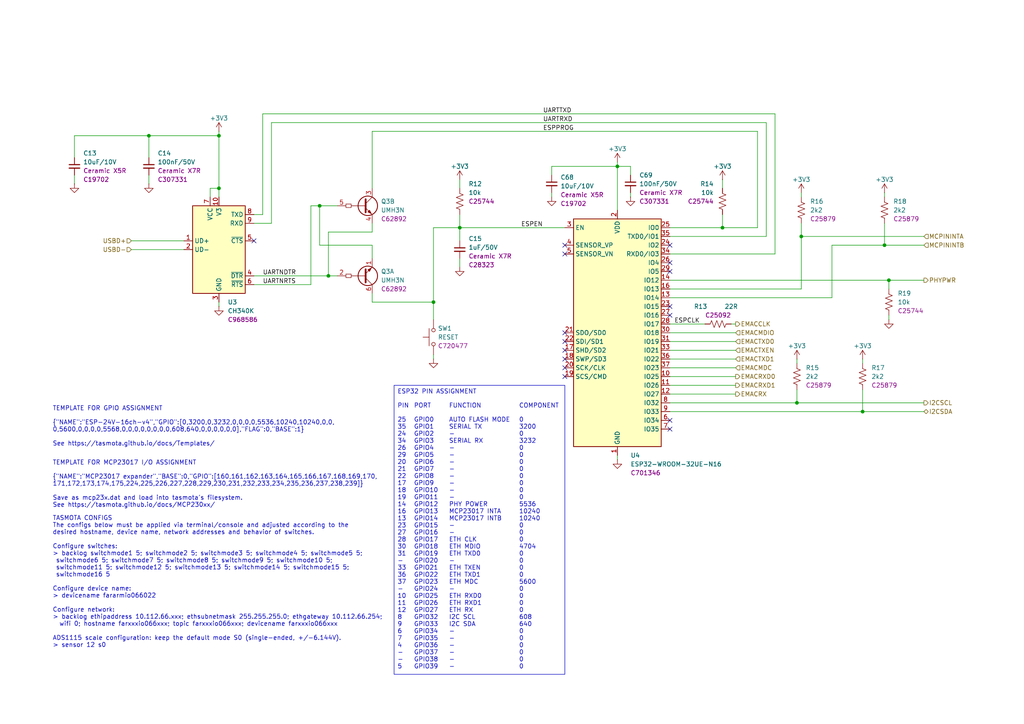
<source format=kicad_sch>
(kicad_sch (version 20250114) (generator "eeschema") (generator_version "9.0")
  (paper "A4")
  (title_block (title "ESP 24V 16xIn/16xOut/4xNTC Module") (date "2025-07-04") (rev "V4.1"))
  (lib_symbols
    (symbol "Device:C_Small" (pin_numbers (hide yes)) (pin_names (offset 0.254) (hide yes))
      (property "Reference" "C" (at 0.254 1.778 0))
      (property "Value" "C_Small" (at 0.254 -2.032 0))
      (symbol "C_Small_0_1"
        (polyline (pts (xy -1.524 0.508) (xy 1.524 0.508)) (stroke (width 0.3048)))
        (polyline (pts (xy -1.524 -0.508) (xy 1.524 -0.508)) (stroke (width 0.3302)))
      )
      (symbol "C_Small_1_1"
        (pin passive line (at 0 2.54 270) (length 2.032) (name "~") (number "1"))
        (pin passive line (at 0 -2.54 90) (length 2.032) (name "~") (number "2"))
      )
    )
    (symbol "Device:R_US" (pin_numbers (hide yes)) (pin_names (offset 0))
      (property "Reference" "R" (at 2.54 0 90))
      (property "Value" "R_US" (at -2.54 0 90))
      (symbol "R_US_0_1"
        (polyline (pts (xy 0 2.286) (xy 0 2.54)))
        (polyline (pts (xy 0 2.286) (xy 1.016 1.905) (xy 0 1.524) (xy -1.016 1.143) (xy 0 0.762)))
        (polyline (pts (xy 0 0.762) (xy 1.016 0.381) (xy 0 0) (xy -1.016 -0.381) (xy 0 -0.762)))
        (polyline (pts (xy 0 -0.762) (xy 1.016 -1.143) (xy 0 -1.524) (xy -1.016 -1.905) (xy 0 -2.286)))
        (polyline (pts (xy 0 -2.286) (xy 0 -2.54)))
      )
      (symbol "R_US_1_1"
        (pin passive line (at 0 3.81 270) (length 1.27) (name "~") (number "1"))
        (pin passive line (at 0 -3.81 90) (length 1.27) (name "~") (number "2"))
      )
    )
    (symbol "Interface_USB:CH340K"
      (property "Reference" "U" (at -6.858 13.97 0))
      (property "Value" "CH340K" (at 1.27 13.97 0))
      (symbol "CH340K_0_1"
        (rectangle (start -7.62 12.7) (end 7.62 -12.7) (stroke (width 0.254)) (fill (type background)))
      )
      (symbol "CH340K_1_0"
        (pin passive line (at 0 -15.24 90) (length 2.54) (hide yes) (name "GND") (number "11"))
      )
      (symbol "CH340K_1_1"
        (pin bidirectional line (at -10.16 2.54 0) (length 2.54) (name "UD+") (number "1"))
        (pin bidirectional line (at -10.16 0 0) (length 2.54) (name "UD-") (number "2"))
        (pin power_in line (at -2.54 15.24 270) (length 2.54) (name "VCC") (number "7"))
        (pin passive line (at 0 15.24 270) (length 2.54) (name "V3") (number "10"))
        (pin power_in line (at 0 -15.24 90) (length 2.54) (name "GND") (number "3"))
        (pin output line (at 10.16 10.16 180) (length 2.54) (name "TXD") (number "8"))
        (pin input line (at 10.16 7.62 180) (length 2.54) (name "RXD") (number "9"))
        (pin input line (at 10.16 2.54 180) (length 2.54) (name "~{CTS}") (number "5"))
        (pin output line (at 10.16 -7.62 180) (length 2.54) (name "~{DTR}") (number "4"))
        (pin output line (at 10.16 -10.16 180) (length 2.54) (name "~{RTS}") (number "6"))
      )
    )
    (symbol "RF_Module:ESP32-WROOM-32U"
      (property "Reference" "U" (at -12.7 34.29 0))
      (property "Value" "ESP32-WROOM-32U" (at 1.27 34.29 0))
      (symbol "ESP32-WROOM-32U_0_1"
        (rectangle (start -12.7 33.02) (end 12.7 -33.02) (stroke (width 0.254)) (fill (type background)))
      )
      (symbol "ESP32-WROOM-32U_1_1"
        (pin input line (at -15.24 30.48 0) (length 2.54) (name "EN") (number "3"))
        (pin input line (at -15.24 25.4 0) (length 2.54) (name "SENSOR_VP") (number "4"))
        (pin input line (at -15.24 22.86 0) (length 2.54) (name "SENSOR_VN") (number "5"))
        (pin bidirectional line (at -15.24 0 0) (length 2.54) (name "SDO/SD0") (number "21"))
        (pin bidirectional line (at -15.24 -2.54 0) (length 2.54) (name "SDI/SD1") (number "22"))
        (pin bidirectional line (at -15.24 -5.08 0) (length 2.54) (name "SHD/SD2") (number "17"))
        (pin bidirectional line (at -15.24 -7.62 0) (length 2.54) (name "SWP/SD3") (number "18"))
        (pin bidirectional line (at -15.24 -10.16 0) (length 2.54) (name "SCK/CLK") (number "20"))
        (pin bidirectional line (at -15.24 -12.7 0) (length 2.54) (name "SCS/CMD") (number "19"))
        (pin no_connect line (at -12.7 -27.94 0) (length 2.54) (hide yes) (name "NC") (number "32"))
        (pin power_in line (at 0 35.56 270) (length 2.54) (name "VDD") (number "2"))
        (pin power_in line (at 0 -35.56 90) (length 2.54) (name "GND") (number "1"))
        (pin passive line (at 0 -35.56 90) (length 2.54) (hide yes) (name "GND") (number "15"))
        (pin passive line (at 0 -35.56 90) (length 2.54) (hide yes) (name "GND") (number "38"))
        (pin passive line (at 0 -35.56 90) (length 2.54) (hide yes) (name "GND") (number "39"))
        (pin bidirectional line (at 15.24 30.48 180) (length 2.54) (name "IO0") (number "25"))
        (pin bidirectional line (at 15.24 27.94 180) (length 2.54) (name "TXD0/IO1") (number "35"))
        (pin bidirectional line (at 15.24 25.4 180) (length 2.54) (name "IO2") (number "24"))
        (pin bidirectional line (at 15.24 22.86 180) (length 2.54) (name "RXD0/IO3") (number "34"))
        (pin bidirectional line (at 15.24 20.32 180) (length 2.54) (name "IO4") (number "26"))
        (pin bidirectional line (at 15.24 17.78 180) (length 2.54) (name "IO5") (number "29"))
        (pin bidirectional line (at 15.24 15.24 180) (length 2.54) (name "IO12") (number "14"))
        (pin bidirectional line (at 15.24 12.7 180) (length 2.54) (name "IO13") (number "16"))
        (pin bidirectional line (at 15.24 10.16 180) (length 2.54) (name "IO14") (number "13"))
        (pin bidirectional line (at 15.24 7.62 180) (length 2.54) (name "IO15") (number "23"))
        (pin bidirectional line (at 15.24 5.08 180) (length 2.54) (name "IO16") (number "27"))
        (pin bidirectional line (at 15.24 2.54 180) (length 2.54) (name "IO17") (number "28"))
        (pin bidirectional line (at 15.24 0 180) (length 2.54) (name "IO18") (number "30"))
        (pin bidirectional line (at 15.24 -2.54 180) (length 2.54) (name "IO19") (number "31"))
        (pin bidirectional line (at 15.24 -5.08 180) (length 2.54) (name "IO21") (number "33"))
        (pin bidirectional line (at 15.24 -7.62 180) (length 2.54) (name "IO22") (number "36"))
        (pin bidirectional line (at 15.24 -10.16 180) (length 2.54) (name "IO23") (number "37"))
        (pin bidirectional line (at 15.24 -12.7 180) (length 2.54) (name "IO25") (number "10"))
        (pin bidirectional line (at 15.24 -15.24 180) (length 2.54) (name "IO26") (number "11"))
        (pin bidirectional line (at 15.24 -17.78 180) (length 2.54) (name "IO27") (number "12"))
        (pin bidirectional line (at 15.24 -20.32 180) (length 2.54) (name "IO32") (number "8"))
        (pin bidirectional line (at 15.24 -22.86 180) (length 2.54) (name "IO33") (number "9"))
        (pin input line (at 15.24 -25.4 180) (length 2.54) (name "IO34") (number "6"))
        (pin input line (at 15.24 -27.94 180) (length 2.54) (name "IO35") (number "7"))
      )
    )
    (symbol "Switch:SW_Push" (pin_numbers (hide yes)) (pin_names (offset 1.016) (hide yes))
      (property "Reference" "SW" (at 1.27 2.54 0))
      (property "Value" "SW_Push" (at 0 -1.524 0))
      (symbol "SW_Push_0_1"
        (circle (center -2.032 0) (radius 0.508))
        (polyline (pts (xy 0 1.27) (xy 0 3.048)))
        (circle (center 2.032 0) (radius 0.508))
        (polyline (pts (xy 2.54 1.27) (xy -2.54 1.27)))
        (pin passive line (at -5.08 0 0) (length 2.54) (name "1") (number "1"))
        (pin passive line (at 5.08 0 180) (length 2.54) (name "2") (number "2"))
      )
    )
    (symbol "Tales:+3.3V" (power) (pin_names (offset 0))
      (property "Value" "+3.3V" (at 0 3.556 0))
      (symbol "+3.3V_0_1"
        (polyline (pts (xy -0.762 1.27) (xy 0 2.54)))
        (polyline (pts (xy 0 2.54) (xy 0.762 1.27)))
        (polyline (pts (xy 0 0) (xy 0 2.54)))
      )
      (symbol "+3.3V_1_1"
        (pin power_in line (at 0 0 90) (length 0) (hide yes) (name "+3.3V") (number "1"))
      )
    )
    (symbol "Transistor_BJT:UMH3N" (pin_names (hide yes))
      (property "Reference" "Q" (at 7.62 1.27 0))
      (property "Value" "UMH3N" (at 7.62 -1.27 0))
      (symbol "UMH3N_0_1"
        (rectangle (start -6.35 0.508) (end -4.826 -0.508))
        (polyline (pts (xy -0.762 0) (xy -4.826 0)))
        (polyline (pts (xy -0.635 1.905) (xy -0.635 -1.905)) (stroke (width 0.508)))
        (polyline (pts (xy -0.635 0.635) (xy 1.27 2.54)))
        (polyline (pts (xy -0.635 -0.635) (xy 1.27 -2.54)))
        (polyline (pts (xy 0 -1.778) (xy 0.508 -1.27) (xy 1.016 -2.286) (xy 0 -1.778)) (fill (type outline)))
      )
      (symbol "UMH3N_1_1"
        (circle (center 0 0) (radius 2.8194) (stroke (width 0.254)))
        (pin input line (at -8.89 0 0) (length 2.54) (name "B1") (number "2"))
        (pin passive line (at 1.27 5.08 270) (length 2.54) (name "C1") (number "6"))
        (pin passive line (at 1.27 -5.08 90) (length 2.54) (name "E1") (number "1"))
      )
      (symbol "UMH3N_2_1"
        (circle (center 0 0) (radius 2.8194) (stroke (width 0.254)))
        (pin input line (at -8.89 0 0) (length 2.54) (name "B2") (number "5"))
        (pin passive line (at 1.27 5.08 270) (length 2.54) (name "C2") (number "3"))
        (pin passive line (at 1.27 -5.08 90) (length 2.54) (name "E2") (number "4"))
      )
    )
    (symbol "power:+3.3V" (power) (pin_numbers (hide yes)) (pin_names (offset 0) (hide yes))
      (property "Value" "+3.3V" (at 0 3.556 0))
      (symbol "+3.3V_0_1"
        (polyline (pts (xy -0.762 1.27) (xy 0 2.54)))
        (polyline (pts (xy 0 2.54) (xy 0.762 1.27)))
        (polyline (pts (xy 0 0) (xy 0 2.54)))
      )
      (symbol "+3.3V_1_1"
        (pin power_in line (at 0 0 90) (length 0) (name "~") (number "1"))
      )
    )
    (symbol "power:GND" (power) (pin_numbers (hide yes)) (pin_names (offset 0) (hide yes))
      (property "Value" "GND" (at 0 -3.81 0))
      (symbol "GND_0_1"
        (polyline (pts (xy 0 0) (xy 0 -1.27) (xy 1.27 -1.27) (xy 0 -2.54) (xy -1.27 -1.27) (xy 0 -1.27)))
      )
      (symbol "GND_1_1"
        (pin power_in line (at 0 0 270) (length 0) (name "~") (number "1"))
      )
    )
  )
  (text "TASMOTA CONFIGS\nThe configs below must be applied via terminal/console and adjusted according to the\ndesired hostname, device name, network addresses and behavior of switches.\n\nConfigure switches:\n> backlog switchmode1 5; switchmode2 5; switchmode3 5; switchmode4 5; switchmode5 5;\n switchmode6 5; switchmode7 5; switchmode8 5; switchmode9 5; switchmode10 5;\n switchmode11 5; switchmode12 5; switchmode13 5; switchmode14 5; switchmode15 5;\n switchmode16 5\n\nConfigure device name:\n> devicename fararmio066022\n\nConfigure network:\n> backlog ethipaddress 10.112.66.xxx; ethsubnetmask 255.255.255.0; ethgateway 10.112.66.254;\n  wifi 0; hostname farxxxio066xxx; topic farxxxio066xxx; devicename farxxxio066xxx\n\nADS1115 scale configuration: keep the default mode S0 (single-ended, +/-6.144V).\n> sensor 12 s0" (at 15.24 187.96 0) (effects (font (size 1.27 1.27)) (justify left bottom)))
  (text "TEMPLATE FOR GPIO ASSIGNMENT\n\n{\"NAME\":\"ESP-24V-16ch-v4\",\"GPIO\":[0,3200,0,3232,0,0,0,0,5536,10240,10240,0,0,\n0,5600,0,0,0,0,5568,0,0,0,0,0,0,0,0,608,640,0,0,0,0,0,0],\"FLAG\":0,\"BASE\":1}\n\nSee https://tasmota.github.io/docs/Templates/" (at 15.24 129.54 0) (effects (font (size 1.27 1.27)) (justify left bottom)))
  (text "TEMPLATE FOR MCP23017 I/O ASSIGNMENT\n\n{\"NAME\":\"MCP23017 expander\",\"BASE\":0,\"GPIO\":[160,161,162,163,164,165,166,167,168,169,170,\n171,172,173,174,175,224,225,226,227,228,229,230,231,232,233,234,235,236,237,238,239]}\n\nSave as mcp23x.dat and load into tasmota's filesystem.\nSee https://tasmota.github.io/docs/MCP230xx/" (at 15.24 147.32 0) (effects (font (size 1.27 1.27)) (justify left bottom)))
  (text_box "ESP32 PIN ASSIGNMENT\n\nPIN	PORT	FUNCTION		COMPONENT\n\n25	GPIO0	AUTO FLASH MODE	0\n35	GPIO1	SERIAL TX		3200\n24	GPIO2	-				0\n34	GPIO3	SERIAL RX		3232\n26	GPIO4	-				0\n29	GPIO5	-				0\n20	GPIO6	-				0\n21	GPIO7	-				0\n22	GPIO8	-				0\n17	GPIO9	-				0\n18	GPIO10	-				0\n19	GPIO11	-				0\n14	GPIO12	PHY POWER		5536\n16	GPIO13	MCP23017 INTA	10240\n13	GPIO14	MCP23017 INTB	10240\n23	GPIO15	-				0\n27	GPIO16	-				0\n28	GPIO17	ETH CLK			0\n30	GPIO18	ETH MDIO		4704\n31	GPIO19	ETH TXD0		0\n-	GPIO20	-				0\n33	GPIO21	ETH TXEN		0\n36	GPIO22	ETH TXD1		0\n37	GPIO23	ETH MDC			5600\n-	GPIO24	-				0\n10	GPIO25	ETH RXD0		0\n11	GPIO26	ETH RXD1		0\n12	GPIO27	ETH RX			0\n8	GPIO32	I2C SCL			608\n9	GPIO33	I2C SDA			640\n6	GPIO34	-				0\n7	GPIO35	-				0\n4	GPIO36	-				0\n-	GPIO37	-				0\n-	GPIO38	-				0\n5	GPIO39	-				0" (at 114.3 111.76 0) (size 49.53 83.82) (margins 0.9525 0.9525 0.9525 0.9525) (effects (font (size 1.27 1.27)) (justify left top)))
  (junction (at 63.5 39.37))
  (junction (at 125.73 87.63))
  (junction (at 133.35 66.04))
  (junction (at 43.18 39.37))
  (junction (at 179.07 48.26))
  (junction (at 250.19 119.38))
  (junction (at 256.54 71.12))
  (junction (at 209.55 66.04))
  (junction (at 231.14 116.84))
  (junction (at 92.71 59.69))
  (junction (at 232.41 68.58))
  (junction (at 63.5 54.61))
  (junction (at 257.81 81.28))
  (junction (at 95.25 80.01))
  (no_connect (at 163.83 73.66))
  (no_connect (at 163.83 109.22))
  (no_connect (at 194.31 71.12))
  (no_connect (at 194.31 78.74))
  (no_connect (at 163.83 96.52))
  (no_connect (at 163.83 71.12))
  (no_connect (at 163.83 101.6))
  (no_connect (at 163.83 104.14))
  (no_connect (at 194.31 121.92))
  (no_connect (at 73.66 69.85))
  (no_connect (at 194.31 91.44))
  (no_connect (at 163.83 106.68))
  (no_connect (at 194.31 76.2))
  (no_connect (at 194.31 124.46))
  (no_connect (at 194.31 88.9))
  (no_connect (at 163.83 99.06))
  (wire (pts (xy 133.35 74.93) (xy 133.35 77.47)))
  (wire (pts (xy 133.35 62.23) (xy 133.35 66.04)))
  (wire (pts (xy 194.31 104.14) (xy 213.36 104.14)))
  (wire (pts (xy 21.59 50.8) (xy 21.59 53.34)))
  (wire (pts (xy 63.5 87.63) (xy 63.5 88.9)))
  (wire (pts (xy 90.17 82.55) (xy 90.17 59.69)))
  (wire (pts (xy 194.31 109.22) (xy 213.36 109.22)))
  (wire (pts (xy 38.1 72.39) (xy 53.34 72.39)))
  (wire (pts (xy 256.54 71.12) (xy 267.97 71.12)))
  (wire (pts (xy 232.41 55.88) (xy 232.41 57.15)))
  (wire (pts (xy 107.95 38.1) (xy 219.71 38.1)))
  (wire (pts (xy 256.54 55.88) (xy 256.54 57.15)))
  (wire (pts (xy 194.31 66.04) (xy 209.55 66.04)))
  (wire (pts (xy 125.73 87.63) (xy 125.73 66.04)))
  (wire (pts (xy 133.35 52.07) (xy 133.35 54.61)))
  (wire (pts (xy 194.31 114.3) (xy 213.36 114.3)))
  (wire (pts (xy 256.54 64.77) (xy 256.54 71.12)))
  (wire (pts (xy 194.31 106.68) (xy 213.36 106.68)))
  (wire (pts (xy 194.31 96.52) (xy 213.36 96.52)))
  (wire (pts (xy 232.41 68.58) (xy 267.97 68.58)))
  (wire (pts (xy 231.14 104.14) (xy 231.14 105.41)))
  (wire (pts (xy 194.31 101.6) (xy 213.36 101.6)))
  (wire (pts (xy 38.1 69.85) (xy 53.34 69.85)))
  (wire (pts (xy 63.5 54.61) (xy 63.5 57.15)))
  (wire (pts (xy 63.5 39.37) (xy 63.5 54.61)))
  (wire (pts (xy 182.88 55.88) (xy 182.88 57.15)))
  (wire (pts (xy 194.31 81.28) (xy 257.81 81.28)))
  (wire (pts (xy 179.07 46.99) (xy 179.07 48.26)))
  (wire (pts (xy 241.3 71.12) (xy 256.54 71.12)))
  (wire (pts (xy 73.66 64.77) (xy 78.74 64.77)))
  (wire (pts (xy 257.81 81.28) (xy 267.97 81.28)))
  (wire (pts (xy 160.02 55.88) (xy 160.02 57.15)))
  (wire (pts (xy 92.71 59.69) (xy 97.79 59.69)))
  (wire (pts (xy 78.74 35.56) (xy 78.74 64.77)))
  (wire (pts (xy 222.25 35.56) (xy 222.25 68.58)))
  (wire (pts (xy 43.18 39.37) (xy 63.5 39.37)))
  (wire (pts (xy 179.07 48.26) (xy 179.07 60.96)))
  (wire (pts (xy 107.95 54.61) (xy 107.95 38.1)))
  (wire (pts (xy 179.07 132.08) (xy 179.07 133.35)))
  (wire (pts (xy 73.66 62.23) (xy 76.2 62.23)))
  (wire (pts (xy 194.31 93.98) (xy 204.47 93.98)))
  (wire (pts (xy 194.31 83.82) (xy 232.41 83.82)))
  (wire (pts (xy 232.41 64.77) (xy 232.41 68.58)))
  (wire (pts (xy 76.2 33.02) (xy 224.79 33.02)))
  (wire (pts (xy 92.71 59.69) (xy 92.71 71.12)))
  (wire (pts (xy 43.18 50.8) (xy 43.18 53.34)))
  (wire (pts (xy 209.55 62.23) (xy 209.55 66.04)))
  (wire (pts (xy 133.35 66.04) (xy 163.83 66.04)))
  (wire (pts (xy 241.3 86.36) (xy 241.3 71.12)))
  (wire (pts (xy 90.17 59.69) (xy 92.71 59.69)))
  (wire (pts (xy 231.14 116.84) (xy 267.97 116.84)))
  (wire (pts (xy 232.41 83.82) (xy 232.41 68.58)))
  (wire (pts (xy 21.59 45.72) (xy 21.59 39.37)))
  (wire (pts (xy 182.88 50.8) (xy 182.88 48.26)))
  (wire (pts (xy 73.66 80.01) (xy 95.25 80.01)))
  (wire (pts (xy 43.18 39.37) (xy 43.18 45.72)))
  (wire (pts (xy 222.25 68.58) (xy 194.31 68.58)))
  (wire (pts (xy 95.25 67.31) (xy 95.25 80.01)))
  (wire (pts (xy 107.95 67.31) (xy 95.25 67.31)))
  (wire (pts (xy 257.81 91.44) (xy 257.81 92.71)))
  (wire (pts (xy 63.5 38.1) (xy 63.5 39.37)))
  (wire (pts (xy 212.09 93.98) (xy 213.36 93.98)))
  (wire (pts (xy 257.81 81.28) (xy 257.81 83.82)))
  (wire (pts (xy 224.79 73.66) (xy 194.31 73.66)))
  (wire (pts (xy 107.95 71.12) (xy 92.71 71.12)))
  (wire (pts (xy 194.31 86.36) (xy 241.3 86.36)))
  (wire (pts (xy 182.88 48.26) (xy 179.07 48.26)))
  (wire (pts (xy 194.31 119.38) (xy 250.19 119.38)))
  (wire (pts (xy 21.59 39.37) (xy 43.18 39.37)))
  (wire (pts (xy 60.96 57.15) (xy 60.96 54.61)))
  (wire (pts (xy 160.02 48.26) (xy 179.07 48.26)))
  (wire (pts (xy 160.02 50.8) (xy 160.02 48.26)))
  (wire (pts (xy 194.31 116.84) (xy 231.14 116.84)))
  (wire (pts (xy 107.95 85.09) (xy 107.95 87.63)))
  (wire (pts (xy 76.2 62.23) (xy 76.2 33.02)))
  (wire (pts (xy 250.19 104.14) (xy 250.19 105.41)))
  (wire (pts (xy 194.31 99.06) (xy 213.36 99.06)))
  (wire (pts (xy 133.35 66.04) (xy 133.35 69.85)))
  (wire (pts (xy 219.71 38.1) (xy 219.71 66.04)))
  (wire (pts (xy 224.79 33.02) (xy 224.79 73.66)))
  (wire (pts (xy 209.55 66.04) (xy 219.71 66.04)))
  (wire (pts (xy 250.19 113.03) (xy 250.19 119.38)))
  (wire (pts (xy 107.95 74.93) (xy 107.95 71.12)))
  (wire (pts (xy 194.31 111.76) (xy 213.36 111.76)))
  (wire (pts (xy 209.55 52.07) (xy 209.55 54.61)))
  (wire (pts (xy 107.95 87.63) (xy 125.73 87.63)))
  (wire (pts (xy 73.66 82.55) (xy 90.17 82.55)))
  (wire (pts (xy 125.73 102.87) (xy 125.73 104.14)))
  (wire (pts (xy 107.95 64.77) (xy 107.95 67.31)))
  (wire (pts (xy 125.73 66.04) (xy 133.35 66.04)))
  (wire (pts (xy 231.14 113.03) (xy 231.14 116.84)))
  (wire (pts (xy 78.74 35.56) (xy 222.25 35.56)))
  (wire (pts (xy 95.25 80.01) (xy 97.79 80.01)))
  (wire (pts (xy 125.73 87.63) (xy 125.73 92.71)))
  (wire (pts (xy 60.96 54.61) (xy 63.5 54.61)))
  (wire (pts (xy 250.19 119.38) (xy 267.97 119.38)))
  (label "UARTNRTS" (at 76.2 82.55 0))
  (label "UARTTXD" (at 157.48 33.02 0))
  (label "ESPEN" (at 151.13 66.04 0))
  (label "UARTNDTR" (at 76.2 80.01 0))
  (label "ESPCLK" (at 195.58 93.98 0))
  (label "UARTRXD" (at 157.48 35.56 0))
  (label "ESPPROG" (at 157.48 38.1 0))
  (hierarchical_label "PHYPWR" (shape output) (at 267.97 81.28 0))
  (hierarchical_label "EMACMDIO" (shape input) (at 213.36 96.52 0))
  (hierarchical_label "EMACTXD1" (shape input) (at 213.36 104.14 0))
  (hierarchical_label "EMACRX" (shape output) (at 213.36 114.3 0))
  (hierarchical_label "EMACCLK" (shape output) (at 213.36 93.98 0))
  (hierarchical_label "EMACRXD1" (shape output) (at 213.36 111.76 0))
  (hierarchical_label "I2CSDA" (shape bidirectional) (at 267.97 119.38 0))
  (hierarchical_label "EMACTXEN" (shape input) (at 213.36 101.6 0))
  (hierarchical_label "EMACRXD0" (shape output) (at 213.36 109.22 0))
  (hierarchical_label "MCPININTA" (shape input) (at 267.97 68.58 0))
  (hierarchical_label "EMACTXD0" (shape input) (at 213.36 99.06 0))
  (hierarchical_label "EMACMDC" (shape input) (at 213.36 106.68 0))
  (hierarchical_label "I2CSCL" (shape output) (at 267.97 116.84 0))
  (hierarchical_label "USBD+" (shape input) (at 38.1 69.85 180))
  (hierarchical_label "MCPININTB" (shape input) (at 267.97 71.12 0))
  (hierarchical_label "USBD-" (shape input) (at 38.1 72.39 180))
  (symbol (lib_id "power:+3.3V") (at 250.19 104.14 0) (unit 1)
    (property "Reference" "#PWR040" (effects (hide yes)))
    (property "Value" "+3V3" (at 250.19 100.33 0))
    (property "Description" "Power symbol creates a global label with name \"+3.3V\"" (effects (hide yes)))
  )
  (symbol (lib_id "Device:R_US") (at 208.28 93.98 90) (unit 1)
    (property "Reference" "R13" (at 203.2 88.9 90))
    (property "Value" "22R" (at 212.09 88.9 90))
    (property "Footprint" "Tales:R_0402_1005Metric" (effects (hide yes)))
    (property "Description" "Resistor, US symbol" (effects (hide yes)))
    (property "Case" "0402/1005" (effects (hide yes)))
    (property "LCSC Part #" "C25092" (at 208.28 91.44 90))
    (property "Mfr" "Uniroyal" (effects (hide yes)))
    (property "Mfr PN" "0402WGF220JTCE" (effects (hide yes)))
    (property "Technology" "1%" (effects (hide yes)))
    (property "Vendor" "JLCPCB" (effects (hide yes)))
    (property "Vendor PN" "C25092" (effects (hide yes)))
    (property "JLCPCB BOM" "1" (effects (hide yes)))
  )
  (symbol (lib_id "Device:R_US") (at 133.35 58.42 0) (unit 1)
    (property "Reference" "R12" (at 135.89 53.34 0) (effects (justify left)))
    (property "Value" "10k" (at 135.89 55.88 0) (effects (justify left)))
    (property "Footprint" "Tales:R_0402_1005Metric" (effects (hide yes)))
    (property "Description" "Resistor, US symbol" (effects (hide yes)))
    (property "Mfr" "Uniroyal" (effects (hide yes)))
    (property "Vendor" "JLCPCB" (effects (hide yes)))
    (property "Mfr PN" "0402WGF1002TCE" (effects (hide yes)))
    (property "Technology" "1%" (effects (hide yes)))
    (property "Vendor PN" "C25744" (effects (hide yes)))
    (property "LCSC Part #" "C25744" (at 135.89 58.42 0) (effects (justify left)))
    (property "JLCPCB BOM" "1" (effects (hide yes)))
    (property "Package" "0402/1005" (effects (hide yes)))
    (property "Case" "0402/1005" (effects (hide yes)))
  )
  (symbol (lib_id "Device:R_US") (at 209.55 58.42 0) (unit 1)
    (property "Reference" "R14" (at 207.01 53.34 0) (effects (justify right)))
    (property "Value" "10k" (at 207.01 55.88 0) (effects (justify right)))
    (property "Footprint" "Tales:R_0402_1005Metric" (effects (hide yes)))
    (property "Description" "Resistor, US symbol" (effects (hide yes)))
    (property "Mfr" "Uniroyal" (effects (hide yes)))
    (property "Vendor" "JLCPCB" (effects (hide yes)))
    (property "Mfr PN" "0402WGF1002TCE" (effects (hide yes)))
    (property "Technology" "1%" (effects (hide yes)))
    (property "Vendor PN" "C25744" (effects (hide yes)))
    (property "LCSC Part #" "C25744" (at 207.01 58.42 0) (effects (justify right)))
    (property "JLCPCB BOM" "1" (effects (hide yes)))
    (property "Package" "0402/1005" (effects (hide yes)))
    (property "Case" "0402/1005" (effects (hide yes)))
  )
  (symbol (lib_id "Device:C_Small") (at 182.88 53.34 0) (unit 1)
    (property "Reference" "C69" (at 185.42 50.8 0) (effects (justify left)))
    (property "Value" "100nF/50V" (at 185.42 53.34 0) (effects (justify left)))
    (property "Footprint" "Tales:C_0402_1005Metric" (effects (hide yes)))
    (property "Description" "Unpolarized capacitor, small symbol" (effects (hide yes)))
    (property "Case" "0402/1005" (effects (hide yes)))
    (property "JLCPCB BOM" "1" (effects (hide yes)))
    (property "LCSC Part #" "C307331" (at 185.42 58.4138 0) (effects (justify left)))
    (property "Mfr" "Samsung" (effects (hide yes)))
    (property "Mfr PN" "CL05B104KB54PNC" (effects (hide yes)))
    (property "Technology" "Ceramic X7R" (at 185.42 55.8738 0) (effects (justify left)))
    (property "Vendor" "JLCPCB" (effects (hide yes)))
    (property "Vendor PN" "C307331" (effects (hide yes)))
  )
  (symbol (lib_id "power:GND") (at 182.88 57.15 0) (unit 1)
    (property "Reference" "#PWR0250" (effects (hide yes)))
    (property "Value" "GND" (effects (hide yes)))
    (property "Description" "Power symbol creates a global label with name \"GND\" , ground" (effects (hide yes)))
  )
  (symbol (lib_id "power:GND") (at 43.18 53.34 0) (unit 1)
    (property "Reference" "#PWR029" (effects (hide yes)))
    (property "Value" "GND" (effects (hide yes)))
    (property "Description" "Power symbol creates a global label with name \"GND\" , ground" (effects (hide yes)))
  )
  (symbol (lib_id "Device:R_US") (at 256.54 60.96 0) (unit 1)
    (property "Reference" "R18" (at 259.08 58.42 0) (effects (justify left)))
    (property "Value" "2k2" (at 259.08 60.96 0) (effects (justify left)))
    (property "Footprint" "Tales:R_0402_1005Metric" (effects (hide yes)))
    (property "Description" "Resistor, US symbol" (effects (hide yes)))
    (property "Case" "0402/1005" (effects (hide yes)))
    (property "Mfr" "Uniroyal" (effects (hide yes)))
    (property "Vendor" "JLCPCB" (effects (hide yes)))
    (property "Mfr PN" "0402WGF2201TCE" (effects (hide yes)))
    (property "Technology" "1%" (effects (hide yes)))
    (property "Vendor PN" "C25879" (effects (hide yes)))
    (property "LCSC Part #" "C25879" (at 259.08 63.5 0) (effects (justify left)))
    (property "JLCPCB BOM" "1" (effects (hide yes)))
  )
  (symbol (lib_id "Transistor_BJT:UMH3N") (at 106.68 59.69 0) (unit 2)
    (property "Reference" "Q3" (at 110.49 58.4199 0) (effects (justify left)))
    (property "Value" "UMH3N" (at 110.49 60.9599 0) (effects (justify left)))
    (property "Footprint" "Package_TO_SOT_SMD:SOT-363_SC-70-6" (effects (hide yes)))
    (property "Datasheet" "http://rohmfs.rohm.com/en/products/databook/datasheet/discrete/transistor/digital/emh3t2r-e.pdf" (effects (hide yes)))
    (property "Description" "0.1A Ic, 50V Vce, Dual NPN Input Resistor Transistors, SOT-363" (effects (hide yes)))
    (property "JLCPCB BOM" "1" (effects (hide yes)))
    (property "LCSC Part #" "C62892" (at 110.49 63.5 0) (effects (justify left)))
    (property "Vendor" "JLCPCB" (effects (hide yes)))
    (property "Vendor PN" "C62892" (effects (hide yes)))
    (property "Case" "SOT-363" (effects (hide yes)))
    (property "Mfr" "Jiangsu" (effects (hide yes)))
    (property "Mfr PN" "UMH3N" (effects (hide yes)))
  )
  (symbol (lib_id "Device:C_Small") (at 21.59 48.26 0) (unit 1)
    (property "Reference" "C13" (at 24.13 44.45 0) (effects (justify left)))
    (property "Value" "10uF/10V" (at 24.13 46.99 0) (effects (justify left)))
    (property "Footprint" "Tales:C_0603_1608Metric" (effects (hide yes)))
    (property "Description" "Unpolarized capacitor, small symbol" (effects (hide yes)))
    (property "Technology" "Ceramic X5R" (at 24.13 49.53 0) (effects (justify left)))
    (property "Case" "0603/1608" (effects (hide yes)))
    (property "Mfr" "Samsung" (effects (hide yes)))
    (property "Mfr PN" "CL10A106KP8NNNC" (effects (hide yes)))
    (property "Vendor" "JLCPCB" (effects (hide yes)))
    (property "Vendor PN" "C19702" (effects (hide yes)))
    (property "LCSC Part #" "C19702" (at 24.13 52.07 0) (effects (justify left)))
    (property "JLCPCB BOM" "1" (effects (hide yes)))
  )
  (symbol (lib_id "power:GND") (at 160.02 57.15 0) (unit 1)
    (property "Reference" "#PWR0248" (effects (hide yes)))
    (property "Value" "GND" (effects (hide yes)))
    (property "Description" "Power symbol creates a global label with name \"GND\" , ground" (effects (hide yes)))
  )
  (symbol (lib_id "Transistor_BJT:UMH3N") (at 106.68 80.01 0) (mirror x) (unit 1)
    (property "Reference" "Q3" (at 110.49 78.7399 0) (effects (justify left)))
    (property "Value" "UMH3N" (at 110.49 81.2799 0) (effects (justify left)))
    (property "Footprint" "Package_TO_SOT_SMD:SOT-363_SC-70-6" (effects (hide yes)))
    (property "Datasheet" "http://rohmfs.rohm.com/en/products/databook/datasheet/discrete/transistor/digital/emh3t2r-e.pdf" (effects (hide yes)))
    (property "Description" "0.1A Ic, 50V Vce, Dual NPN Input Resistor Transistors, SOT-363" (effects (hide yes)))
    (property "JLCPCB BOM" "1" (effects (hide yes)))
    (property "LCSC Part #" "C62892" (at 110.49 83.82 0) (effects (justify left)))
    (property "Vendor" "JLCPCB" (effects (hide yes)))
    (property "Vendor PN" "C62892" (effects (hide yes)))
    (property "Case" "SOT-363" (effects (hide yes)))
    (property "Mfr" "Jiangsu" (effects (hide yes)))
    (property "Mfr PN" "UMH3N" (effects (hide yes)))
  )
  (symbol (lib_id "power:GND") (at 257.81 92.71 0) (unit 1)
    (property "Reference" "#PWR042" (effects (hide yes)))
    (property "Value" "GND" (effects (hide yes)))
    (property "Description" "Power symbol creates a global label with name \"GND\" , ground" (effects (hide yes)))
  )
  (symbol (lib_id "Device:R_US") (at 250.19 109.22 0) (unit 1)
    (property "Reference" "R17" (at 252.73 106.68 0) (effects (justify left)))
    (property "Value" "2k2" (at 252.73 109.22 0) (effects (justify left)))
    (property "Footprint" "Tales:R_0402_1005Metric" (effects (hide yes)))
    (property "Description" "Resistor, US symbol" (effects (hide yes)))
    (property "Case" "0402/1005" (effects (hide yes)))
    (property "Mfr" "Uniroyal" (effects (hide yes)))
    (property "Vendor" "JLCPCB" (effects (hide yes)))
    (property "Mfr PN" "0402WGF2201TCE" (effects (hide yes)))
    (property "Technology" "1%" (effects (hide yes)))
    (property "Vendor PN" "C25879" (effects (hide yes)))
    (property "LCSC Part #" "C25879" (at 252.73 111.76 0) (effects (justify left)))
    (property "JLCPCB BOM" "1" (effects (hide yes)))
  )
  (symbol (lib_id "Switch:SW_Push") (at 125.73 97.79 90) (unit 1)
    (property "Reference" "SW1" (at 127 95.25 90) (effects (justify right)))
    (property "Value" "RESET" (at 127 97.79 90) (effects (justify right)))
    (property "Footprint" "Tales:SW_SPST_Xunpu_TS1088AR02016" (effects (hide yes)))
    (property "Description" "Push button switch, generic, two pins" (effects (hide yes)))
    (property "JLCPCB BOM" "1" (effects (hide yes)))
    (property "LCSC Part #" "C720477" (at 127 100.3301 90) (effects (justify right)))
    (property "Mfr" "Xunpu" (effects (hide yes)))
    (property "Mfr PN" "TS-1088-AR02016" (effects (hide yes)))
    (property "Vendor" "JLCPCB" (effects (hide yes)))
    (property "Vendor PN" "C720477 " (effects (hide yes)))
  )
  (symbol (lib_id "power:GND") (at 21.59 53.34 0) (unit 1)
    (property "Reference" "#PWR028" (effects (hide yes)))
    (property "Value" "GND" (effects (hide yes)))
    (property "Description" "Power symbol creates a global label with name \"GND\" , ground" (effects (hide yes)))
  )
  (symbol (lib_id "power:+3.3V") (at 63.5 38.1 0) (unit 1)
    (property "Reference" "#PWR030" (effects (hide yes)))
    (property "Value" "+3V3" (at 63.5 34.29 0))
    (property "Description" "Power symbol creates a global label with name \"+3.3V\"" (effects (hide yes)))
  )
  (symbol (lib_id "power:+3.3V") (at 133.35 52.07 0) (unit 1)
    (property "Reference" "#PWR033" (effects (hide yes)))
    (property "Value" "+3V3" (at 133.35 48.26 0))
    (property "Description" "Power symbol creates a global label with name \"+3.3V\"" (effects (hide yes)))
  )
  (symbol (lib_id "power:GND") (at 63.5 88.9 0) (unit 1)
    (property "Reference" "#PWR031" (effects (hide yes)))
    (property "Value" "GND" (effects (hide yes)))
    (property "Description" "Power symbol creates a global label with name \"GND\" , ground" (effects (hide yes)))
  )
  (symbol (lib_id "Device:R_US") (at 257.81 87.63 0) (unit 1)
    (property "Reference" "R19" (at 260.35 85.0899 0) (effects (justify left)))
    (property "Value" "10k" (at 260.35 87.6299 0) (effects (justify left)))
    (property "Footprint" "Tales:R_0402_1005Metric" (effects (hide yes)))
    (property "Description" "Resistor, US symbol" (effects (hide yes)))
    (property "Mfr" "Uniroyal" (effects (hide yes)))
    (property "Vendor" "JLCPCB" (effects (hide yes)))
    (property "Mfr PN" "0402WGF1002TCE" (effects (hide yes)))
    (property "Technology" "1%" (effects (hide yes)))
    (property "Vendor PN" "C25744" (effects (hide yes)))
    (property "LCSC Part #" "C25744" (at 260.35 90.1699 0) (effects (justify left)))
    (property "JLCPCB BOM" "1" (effects (hide yes)))
    (property "Package" "0402/1005" (effects (hide yes)))
    (property "Case" "0402/1005" (effects (hide yes)))
  )
  (symbol (lib_id "Device:R_US") (at 231.14 109.22 0) (unit 1)
    (property "Reference" "R15" (at 233.68 106.68 0) (effects (justify left)))
    (property "Value" "2k2" (at 233.68 109.22 0) (effects (justify left)))
    (property "Footprint" "Tales:R_0402_1005Metric" (effects (hide yes)))
    (property "Description" "Resistor, US symbol" (effects (hide yes)))
    (property "Case" "0402/1005" (effects (hide yes)))
    (property "Mfr" "Uniroyal" (effects (hide yes)))
    (property "Vendor" "JLCPCB" (effects (hide yes)))
    (property "Mfr PN" "0402WGF2201TCE" (effects (hide yes)))
    (property "Technology" "1%" (effects (hide yes)))
    (property "Vendor PN" "C25879" (effects (hide yes)))
    (property "LCSC Part #" "C25879" (at 233.68 111.76 0) (effects (justify left)))
    (property "JLCPCB BOM" "1" (effects (hide yes)))
  )
  (symbol (lib_id "RF_Module:ESP32-WROOM-32U") (at 179.07 96.52 0) (unit 1)
    (property "Reference" "U4" (at 182.88 132.08 0) (effects (justify left)))
    (property "Value" "ESP32-WROOM-32UE-N16" (at 182.88 134.62 0) (effects (justify left)))
    (property "Footprint" "Tales:ESP32-WROOM-32U" (effects (hide yes)))
    (property "Datasheet" "https://www.espressif.com/sites/default/files/documentation/esp32-wroom-32d_esp32-wroom-32u_datasheet_en.pdf" (effects (hide yes)))
    (property "Description" "RF Module, ESP32-D0WD SoC, Wi-Fi 802.11b/g/n, Bluetooth, BLE, 32-bit, 2.7-3.6V, external antenna, SMD" (effects (hide yes)))
    (property "JLCPCB BOM" "1" (effects (hide yes)))
    (property "LCSC Part #" "C701346" (at 182.88 137.16 0) (effects (justify left)))
    (property "Mfr" "Expressif" (effects (hide yes)))
    (property "Mfr PN" "ESP32-WROOM-32UE-N16" (effects (hide yes)))
    (property "Vendor" "JLCPCB" (effects (hide yes)))
    (property "Vendor PN" "C701346 " (effects (hide yes)))
    (property "Case" "ESP32-WROOM-U" (effects (hide yes)))
  )
  (symbol (lib_id "Device:R_US") (at 232.41 60.96 0) (unit 1)
    (property "Reference" "R16" (at 234.95 58.42 0) (effects (justify left)))
    (property "Value" "2k2" (at 234.95 60.96 0) (effects (justify left)))
    (property "Footprint" "Tales:R_0402_1005Metric" (effects (hide yes)))
    (property "Description" "Resistor, US symbol" (effects (hide yes)))
    (property "Case" "0402/1005" (effects (hide yes)))
    (property "Mfr" "Uniroyal" (effects (hide yes)))
    (property "Vendor" "JLCPCB" (effects (hide yes)))
    (property "Mfr PN" "0402WGF2201TCE" (effects (hide yes)))
    (property "Technology" "1%" (effects (hide yes)))
    (property "Vendor PN" "C25879" (effects (hide yes)))
    (property "LCSC Part #" "C25879" (at 234.95 63.5 0) (effects (justify left)))
    (property "JLCPCB BOM" "1" (effects (hide yes)))
  )
  (symbol (lib_id "Device:C_Small") (at 160.02 53.34 0) (unit 1)
    (property "Reference" "C68" (at 162.56 51.435 0) (effects (justify left)))
    (property "Value" "10uF/10V" (at 162.56 53.975 0) (effects (justify left)))
    (property "Footprint" "Tales:C_0603_1608Metric" (effects (hide yes)))
    (property "Description" "Unpolarized capacitor, small symbol" (effects (hide yes)))
    (property "Mfr" "Samsung" (effects (hide yes)))
    (property "Mfr PN" "CL10A106KP8NNNC" (effects (hide yes)))
    (property "JLCPCB BOM" "1" (effects (hide yes)))
    (property "LCSC Part #" "C19702" (at 162.56 59.055 0) (effects (justify left)))
    (property "Technology" "Ceramic X5R" (at 162.56 56.515 0) (effects (justify left)))
    (property "Vendor" "JLCPCB" (effects (hide yes)))
    (property "Vendor PN" "C19702" (effects (hide yes)))
    (property "Case" "0603/1608" (effects (hide yes)))
  )
  (symbol (lib_id "Device:C_Small") (at 133.35 72.39 0) (unit 1)
    (property "Reference" "C15" (at 135.89 69.2213 0) (effects (justify left)))
    (property "Value" "1uF/50V" (at 135.89 71.7613 0) (effects (justify left)))
    (property "Footprint" "Tales:C_0805_2012Metric" (effects (hide yes)))
    (property "Description" "Unpolarized capacitor, small symbol" (effects (hide yes)))
    (property "JLCPCB BOM" "1" (effects (hide yes)))
    (property "Technology" "Ceramic X7R" (at 135.89 74.3013 0) (effects (justify left)))
    (property "LCSC Part #" "C28323" (at 135.89 76.8413 0) (effects (justify left)))
    (property "Mfr" "Samsung" (effects (hide yes)))
    (property "Mfr PN" "CL21B105KBFNNNE" (effects (hide yes)))
    (property "Vendor" "JLCPCB" (effects (hide yes)))
    (property "Vendor PN" "C28323" (effects (hide yes)))
    (property "Package" "0402/1005" (effects (hide yes)))
    (property "Case" "0805/2012" (effects (hide yes)))
  )
  (symbol (lib_id "Tales:+3.3V") (at 179.07 46.99 0) (unit 1)
    (property "Reference" "#PWR035" (effects (hide yes)))
    (property "Value" "+3V3" (at 179.07 43.18 0))
    (property "Description" "Power symbol creates a global label with name \"+3.3V\"" (effects (hide yes)))
  )
  (symbol (lib_id "power:GND") (at 125.73 104.14 0) (unit 1)
    (property "Reference" "#PWR032" (effects (hide yes)))
    (property "Value" "GND" (effects (hide yes)))
    (property "Description" "Power symbol creates a global label with name \"GND\" , ground" (effects (hide yes)))
  )
  (symbol (lib_id "power:+3.3V") (at 232.41 55.88 0) (unit 1)
    (property "Reference" "#PWR039" (effects (hide yes)))
    (property "Value" "+3V3" (at 232.41 52.07 0))
    (property "Description" "Power symbol creates a global label with name \"+3.3V\"" (effects (hide yes)))
  )
  (symbol (lib_id "power:GND") (at 133.35 77.47 0) (unit 1)
    (property "Reference" "#PWR034" (effects (hide yes)))
    (property "Value" "GND" (effects (hide yes)))
    (property "Description" "Power symbol creates a global label with name \"GND\" , ground" (effects (hide yes)))
  )
  (symbol (lib_id "power:GND") (at 179.07 133.35 0) (unit 1)
    (property "Reference" "#PWR036" (effects (hide yes)))
    (property "Value" "GND" (effects (hide yes)))
    (property "Description" "Power symbol creates a global label with name \"GND\" , ground" (effects (hide yes)))
  )
  (symbol (lib_id "Interface_USB:CH340K") (at 63.5 72.39 0) (unit 1)
    (property "Reference" "U3" (at 66.04 87.63 0) (effects (justify left)))
    (property "Value" "CH340K" (at 66.04 90.17 0) (effects (justify left)))
    (property "Footprint" "Package_SO:SSOP-10-1EP_3.9x4.9mm_P1mm_EP2.1x3.3mm" (effects (hide yes)))
    (property "Datasheet" "https://cdn.sparkfun.com/assets/5/0/a/8/5/CH340DS1.PDF" (effects (hide yes)))
    (property "Description" "USB serial converter, UART, SSOP-10" (effects (hide yes)))
    (property "Case" "SSOP-10" (effects (hide yes)))
    (property "JLCPCB BOM" "1" (effects (hide yes)))
    (property "LCSC Part #" "C968586" (at 66.04 92.71 0) (effects (justify left)))
    (property "Mfr" "WCH" (effects (hide yes)))
    (property "Mfr PN" "CH340K" (effects (hide yes)))
    (property "Vendor" "JLCPCB" (effects (hide yes)))
    (property "Vendor PN" "C968586" (effects (hide yes)))
  )
  (symbol (lib_id "Device:C_Small") (at 43.18 48.26 0) (unit 1)
    (property "Reference" "C14" (at 45.72 44.4562 0) (effects (justify left)))
    (property "Value" "100nF/50V" (at 45.72 46.9962 0) (effects (justify left)))
    (property "Footprint" "Tales:C_0402_1005Metric" (effects (hide yes)))
    (property "Description" "Unpolarized capacitor, small symbol" (effects (hide yes)))
    (property "JLCPCB BOM" "1" (effects (hide yes)))
    (property "Technology" "Ceramic X7R" (at 45.72 49.5362 0) (effects (justify left)))
    (property "LCSC Part #" "C307331" (at 45.72 52.0762 0) (effects (justify left)))
    (property "Mfr" "Samsung" (effects (hide yes)))
    (property "Mfr PN" "CL05B104KB54PNC" (effects (hide yes)))
    (property "Vendor" "JLCPCB" (effects (hide yes)))
    (property "Vendor PN" "C307331" (effects (hide yes)))
    (property "Package" "0402/1005" (effects (hide yes)))
    (property "Case" "0402/1005" (effects (hide yes)))
  )
  (symbol (lib_id "power:+3.3V") (at 209.55 52.07 0) (unit 1)
    (property "Reference" "#PWR037" (effects (hide yes)))
    (property "Value" "+3V3" (at 209.55 48.26 0))
    (property "Description" "Power symbol creates a global label with name \"+3.3V\"" (effects (hide yes)))
  )
  (symbol (lib_id "power:+3.3V") (at 256.54 55.88 0) (unit 1)
    (property "Reference" "#PWR041" (effects (hide yes)))
    (property "Value" "+3V3" (at 256.54 52.07 0))
    (property "Description" "Power symbol creates a global label with name \"+3.3V\"" (effects (hide yes)))
  )
  (symbol (lib_id "power:+3.3V") (at 231.14 104.14 0) (unit 1)
    (property "Reference" "#PWR038" (effects (hide yes)))
    (property "Value" "+3V3" (at 231.14 100.33 0))
    (property "Description" "Power symbol creates a global label with name \"+3.3V\"" (effects (hide yes)))
  )
)
</source>
